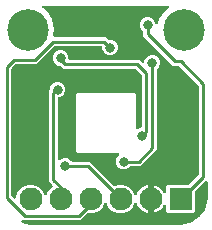
<source format=gbr>
G04 EAGLE Gerber RS-274X export*
G75*
%MOMM*%
%FSLAX34Y34*%
%LPD*%
%INBottom Copper*%
%IPPOS*%
%AMOC8*
5,1,8,0,0,1.08239X$1,22.5*%
G01*
%ADD10C,3.516000*%
%ADD11R,1.930400X1.930400*%
%ADD12C,1.930400*%
%ADD13C,0.906400*%
%ADD14C,0.800100*%
%ADD15C,0.254000*%

G36*
X152422Y2543D02*
X152422Y2543D01*
X152500Y2545D01*
X155877Y2810D01*
X155945Y2824D01*
X156014Y2829D01*
X156170Y2869D01*
X162594Y4956D01*
X162701Y5006D01*
X162812Y5050D01*
X162863Y5083D01*
X162882Y5091D01*
X162897Y5104D01*
X162948Y5136D01*
X168412Y9107D01*
X168499Y9188D01*
X168546Y9227D01*
X168552Y9231D01*
X168553Y9232D01*
X168591Y9264D01*
X168629Y9310D01*
X168644Y9324D01*
X168655Y9342D01*
X168693Y9388D01*
X172664Y14852D01*
X172721Y14956D01*
X172785Y15056D01*
X172807Y15113D01*
X172817Y15131D01*
X172822Y15151D01*
X172844Y15206D01*
X174931Y21630D01*
X174944Y21698D01*
X174967Y21764D01*
X174990Y21923D01*
X175255Y25300D01*
X175255Y25304D01*
X175256Y25307D01*
X175255Y25326D01*
X175259Y25400D01*
X175259Y38536D01*
X175242Y38673D01*
X175229Y38812D01*
X175222Y38831D01*
X175219Y38851D01*
X175168Y38980D01*
X175121Y39111D01*
X175110Y39128D01*
X175102Y39147D01*
X175021Y39259D01*
X174943Y39375D01*
X174927Y39388D01*
X174916Y39404D01*
X174808Y39493D01*
X174704Y39585D01*
X174686Y39594D01*
X174671Y39607D01*
X174545Y39666D01*
X174421Y39730D01*
X174401Y39734D01*
X174383Y39743D01*
X174247Y39769D01*
X174111Y39799D01*
X174090Y39799D01*
X174071Y39803D01*
X173932Y39794D01*
X173793Y39790D01*
X173773Y39784D01*
X173753Y39783D01*
X173621Y39740D01*
X173487Y39701D01*
X173470Y39691D01*
X173451Y39685D01*
X173333Y39610D01*
X173213Y39540D01*
X173192Y39521D01*
X173182Y39515D01*
X173168Y39500D01*
X173093Y39433D01*
X164964Y31305D01*
X164904Y31227D01*
X164836Y31155D01*
X164807Y31102D01*
X164770Y31054D01*
X164730Y30963D01*
X164682Y30876D01*
X164667Y30818D01*
X164643Y30762D01*
X164628Y30664D01*
X164603Y30568D01*
X164597Y30468D01*
X164593Y30448D01*
X164595Y30436D01*
X164593Y30408D01*
X164593Y13426D01*
X163104Y11937D01*
X141696Y11937D01*
X140207Y13426D01*
X140207Y17907D01*
X140205Y17927D01*
X140207Y17947D01*
X140185Y18084D01*
X140167Y18223D01*
X140160Y18241D01*
X140157Y18261D01*
X140102Y18389D01*
X140050Y18518D01*
X140039Y18534D01*
X140031Y18553D01*
X139945Y18663D01*
X139864Y18776D01*
X139848Y18788D01*
X139836Y18804D01*
X139726Y18890D01*
X139619Y18979D01*
X139601Y18987D01*
X139585Y18999D01*
X139457Y19055D01*
X139331Y19114D01*
X139311Y19118D01*
X139293Y19126D01*
X139155Y19148D01*
X139019Y19174D01*
X138999Y19173D01*
X138979Y19176D01*
X138840Y19163D01*
X138701Y19154D01*
X138682Y19148D01*
X138662Y19146D01*
X138531Y19099D01*
X138399Y19056D01*
X138382Y19045D01*
X138363Y19039D01*
X138248Y18960D01*
X138130Y18886D01*
X138116Y18871D01*
X138100Y18860D01*
X138007Y18756D01*
X137912Y18654D01*
X137902Y18637D01*
X137889Y18622D01*
X137807Y18483D01*
X137428Y17740D01*
X136300Y16187D01*
X134943Y14830D01*
X133390Y13702D01*
X131680Y12831D01*
X129855Y12237D01*
X129499Y12181D01*
X129499Y22900D01*
X129484Y23018D01*
X129477Y23137D01*
X129464Y23175D01*
X129459Y23215D01*
X129416Y23326D01*
X129379Y23439D01*
X129357Y23473D01*
X129342Y23511D01*
X129273Y23607D01*
X129209Y23708D01*
X129179Y23736D01*
X129156Y23768D01*
X129064Y23844D01*
X128977Y23926D01*
X128942Y23945D01*
X128911Y23971D01*
X128803Y24022D01*
X128699Y24079D01*
X128659Y24089D01*
X128623Y24107D01*
X128516Y24127D01*
X128546Y24131D01*
X128656Y24175D01*
X128769Y24211D01*
X128804Y24233D01*
X128841Y24248D01*
X128937Y24318D01*
X129038Y24381D01*
X129066Y24411D01*
X129099Y24435D01*
X129175Y24526D01*
X129256Y24613D01*
X129276Y24648D01*
X129301Y24680D01*
X129352Y24787D01*
X129410Y24892D01*
X129420Y24931D01*
X129437Y24967D01*
X129459Y25084D01*
X129489Y25200D01*
X129493Y25260D01*
X129497Y25280D01*
X129495Y25300D01*
X129497Y25307D01*
X129496Y25313D01*
X129499Y25360D01*
X129499Y36079D01*
X129855Y36023D01*
X131680Y35429D01*
X133390Y34558D01*
X134943Y33430D01*
X136300Y32073D01*
X137428Y30520D01*
X137807Y29777D01*
X137818Y29760D01*
X137826Y29742D01*
X137908Y29629D01*
X137986Y29514D01*
X138001Y29501D01*
X138012Y29484D01*
X138120Y29395D01*
X138224Y29303D01*
X138242Y29294D01*
X138257Y29281D01*
X138383Y29222D01*
X138508Y29159D01*
X138527Y29154D01*
X138545Y29146D01*
X138682Y29120D01*
X138818Y29089D01*
X138838Y29090D01*
X138858Y29086D01*
X138996Y29095D01*
X139136Y29099D01*
X139155Y29105D01*
X139175Y29106D01*
X139307Y29149D01*
X139441Y29188D01*
X139458Y29198D01*
X139477Y29204D01*
X139595Y29279D01*
X139715Y29349D01*
X139729Y29363D01*
X139746Y29374D01*
X139842Y29476D01*
X139940Y29574D01*
X139950Y29591D01*
X139964Y29606D01*
X140031Y29728D01*
X140102Y29848D01*
X140108Y29867D01*
X140118Y29884D01*
X140152Y30019D01*
X140191Y30153D01*
X140192Y30173D01*
X140197Y30192D01*
X140207Y30353D01*
X140207Y34834D01*
X141696Y36323D01*
X158678Y36323D01*
X158776Y36335D01*
X158875Y36338D01*
X158933Y36355D01*
X158993Y36363D01*
X159085Y36399D01*
X159181Y36427D01*
X159233Y36457D01*
X159289Y36480D01*
X159369Y36538D01*
X159454Y36588D01*
X159530Y36654D01*
X159546Y36666D01*
X159554Y36676D01*
X159575Y36694D01*
X167268Y44387D01*
X167328Y44465D01*
X167396Y44537D01*
X167425Y44590D01*
X167462Y44638D01*
X167502Y44729D01*
X167550Y44816D01*
X167565Y44874D01*
X167589Y44930D01*
X167604Y45028D01*
X167629Y45124D01*
X167635Y45224D01*
X167639Y45244D01*
X167637Y45256D01*
X167639Y45284D01*
X167639Y119816D01*
X167627Y119914D01*
X167624Y120013D01*
X167607Y120071D01*
X167599Y120131D01*
X167563Y120223D01*
X167535Y120319D01*
X167505Y120371D01*
X167482Y120427D01*
X167424Y120507D01*
X167374Y120592D01*
X167308Y120668D01*
X167296Y120684D01*
X167286Y120692D01*
X167268Y120713D01*
X151193Y136788D01*
X151115Y136848D01*
X151043Y136916D01*
X150990Y136945D01*
X150942Y136982D01*
X150851Y137022D01*
X150764Y137070D01*
X150706Y137085D01*
X150650Y137109D01*
X150552Y137124D01*
X150456Y137149D01*
X150356Y137155D01*
X150336Y137159D01*
X150324Y137157D01*
X150296Y137159D01*
X145742Y137159D01*
X120649Y162252D01*
X120649Y165484D01*
X120637Y165582D01*
X120634Y165681D01*
X120617Y165740D01*
X120609Y165800D01*
X120573Y165892D01*
X120545Y165987D01*
X120515Y166039D01*
X120492Y166095D01*
X120434Y166176D01*
X120384Y166261D01*
X120318Y166336D01*
X120306Y166353D01*
X120296Y166361D01*
X120278Y166382D01*
X118915Y167745D01*
X117919Y170149D01*
X117919Y172751D01*
X118915Y175155D01*
X120755Y176995D01*
X123159Y177991D01*
X125761Y177991D01*
X128165Y176995D01*
X130005Y175155D01*
X130940Y172899D01*
X130992Y172808D01*
X131035Y172713D01*
X131070Y172670D01*
X131098Y172623D01*
X131170Y172548D01*
X131236Y172467D01*
X131281Y172434D01*
X131319Y172394D01*
X131408Y172340D01*
X131492Y172277D01*
X131543Y172257D01*
X131590Y172228D01*
X131690Y172197D01*
X131787Y172158D01*
X131841Y172151D01*
X131894Y172134D01*
X131998Y172129D01*
X132102Y172115D01*
X132157Y172122D01*
X132212Y172119D01*
X132314Y172140D01*
X132418Y172152D01*
X132469Y172172D01*
X132523Y172183D01*
X132617Y172229D01*
X132714Y172267D01*
X132759Y172299D01*
X132809Y172323D01*
X132888Y172391D01*
X132973Y172452D01*
X133009Y172494D01*
X133051Y172530D01*
X133111Y172615D01*
X133178Y172695D01*
X133202Y172744D01*
X133234Y172790D01*
X133271Y172887D01*
X133316Y172981D01*
X133339Y173067D01*
X133347Y173087D01*
X133348Y173102D01*
X133358Y173137D01*
X133990Y176318D01*
X138906Y183674D01*
X141840Y185635D01*
X141919Y185703D01*
X142003Y185764D01*
X142038Y185807D01*
X142080Y185843D01*
X142139Y185929D01*
X142206Y186009D01*
X142229Y186059D01*
X142261Y186105D01*
X142297Y186203D01*
X142342Y186297D01*
X142352Y186351D01*
X142371Y186403D01*
X142382Y186507D01*
X142401Y186610D01*
X142398Y186665D01*
X142404Y186719D01*
X142388Y186823D01*
X142382Y186927D01*
X142365Y186979D01*
X142356Y187034D01*
X142316Y187130D01*
X142284Y187229D01*
X142254Y187276D01*
X142233Y187327D01*
X142169Y187410D01*
X142113Y187498D01*
X142073Y187536D01*
X142040Y187580D01*
X141958Y187645D01*
X141882Y187716D01*
X141834Y187743D01*
X141790Y187777D01*
X141695Y187819D01*
X141603Y187870D01*
X141550Y187883D01*
X141499Y187906D01*
X141396Y187923D01*
X141295Y187949D01*
X141207Y187955D01*
X141186Y187958D01*
X141171Y187957D01*
X141135Y187959D01*
X36665Y187959D01*
X36562Y187946D01*
X36457Y187942D01*
X36405Y187926D01*
X36350Y187919D01*
X36253Y187881D01*
X36153Y187851D01*
X36105Y187823D01*
X36054Y187802D01*
X35970Y187741D01*
X35880Y187687D01*
X35841Y187648D01*
X35797Y187616D01*
X35730Y187535D01*
X35657Y187461D01*
X35629Y187413D01*
X35594Y187371D01*
X35549Y187276D01*
X35497Y187186D01*
X35482Y187133D01*
X35458Y187083D01*
X35439Y186980D01*
X35410Y186880D01*
X35409Y186825D01*
X35399Y186771D01*
X35405Y186666D01*
X35403Y186562D01*
X35415Y186508D01*
X35418Y186453D01*
X35451Y186354D01*
X35474Y186252D01*
X35499Y186203D01*
X35516Y186151D01*
X35572Y186062D01*
X35620Y185970D01*
X35657Y185928D01*
X35687Y185882D01*
X35763Y185810D01*
X35832Y185732D01*
X35903Y185679D01*
X35918Y185664D01*
X35931Y185657D01*
X35960Y185635D01*
X38894Y183674D01*
X43810Y176318D01*
X45536Y167640D01*
X44575Y162808D01*
X44569Y162723D01*
X44553Y162640D01*
X44557Y162566D01*
X44552Y162490D01*
X44567Y162407D01*
X44573Y162323D01*
X44596Y162252D01*
X44609Y162178D01*
X44645Y162101D01*
X44671Y162021D01*
X44711Y161957D01*
X44742Y161889D01*
X44796Y161823D01*
X44841Y161752D01*
X44895Y161700D01*
X44943Y161642D01*
X45011Y161592D01*
X45072Y161534D01*
X45138Y161498D01*
X45199Y161453D01*
X45277Y161421D01*
X45351Y161380D01*
X45424Y161362D01*
X45493Y161333D01*
X45577Y161322D01*
X45659Y161301D01*
X45800Y161292D01*
X45809Y161291D01*
X45812Y161291D01*
X45819Y161291D01*
X89208Y161291D01*
X91186Y159313D01*
X91264Y159252D01*
X91337Y159184D01*
X91390Y159155D01*
X91437Y159118D01*
X91528Y159079D01*
X91615Y159031D01*
X91674Y159016D01*
X91729Y158992D01*
X91827Y158976D01*
X91923Y158951D01*
X92023Y158945D01*
X92043Y158942D01*
X92056Y158943D01*
X92084Y158941D01*
X94011Y158941D01*
X96415Y157945D01*
X98255Y156105D01*
X99251Y153701D01*
X99251Y151099D01*
X98255Y148695D01*
X96415Y146855D01*
X94011Y145859D01*
X91409Y145859D01*
X89005Y146855D01*
X87165Y148695D01*
X86169Y151099D01*
X86169Y152400D01*
X86154Y152518D01*
X86146Y152637D01*
X86134Y152675D01*
X86129Y152716D01*
X86085Y152826D01*
X86048Y152939D01*
X86027Y152974D01*
X86012Y153011D01*
X85942Y153107D01*
X85878Y153208D01*
X85849Y153236D01*
X85825Y153269D01*
X85733Y153345D01*
X85647Y153426D01*
X85611Y153446D01*
X85580Y153471D01*
X85472Y153522D01*
X85368Y153580D01*
X85329Y153590D01*
X85292Y153607D01*
X85176Y153629D01*
X85060Y153659D01*
X85000Y153663D01*
X84980Y153667D01*
X84960Y153665D01*
X84900Y153669D01*
X46554Y153669D01*
X46456Y153657D01*
X46357Y153654D01*
X46299Y153637D01*
X46239Y153629D01*
X46147Y153593D01*
X46051Y153565D01*
X45999Y153535D01*
X45943Y153512D01*
X45863Y153454D01*
X45778Y153404D01*
X45702Y153338D01*
X45686Y153326D01*
X45678Y153316D01*
X45657Y153298D01*
X30788Y138429D01*
X13534Y138429D01*
X13436Y138417D01*
X13337Y138414D01*
X13279Y138397D01*
X13219Y138389D01*
X13127Y138353D01*
X13031Y138325D01*
X12979Y138295D01*
X12923Y138272D01*
X12843Y138214D01*
X12758Y138164D01*
X12682Y138098D01*
X12666Y138086D01*
X12658Y138076D01*
X12637Y138058D01*
X9262Y134683D01*
X9202Y134605D01*
X9134Y134533D01*
X9105Y134480D01*
X9068Y134432D01*
X9028Y134341D01*
X8980Y134254D01*
X8965Y134196D01*
X8941Y134140D01*
X8926Y134042D01*
X8901Y133946D01*
X8895Y133846D01*
X8891Y133826D01*
X8893Y133814D01*
X8891Y133786D01*
X8891Y27504D01*
X8903Y27406D01*
X8906Y27307D01*
X8923Y27249D01*
X8931Y27189D01*
X8967Y27097D01*
X8995Y27001D01*
X9025Y26949D01*
X9048Y26893D01*
X9106Y26813D01*
X9156Y26728D01*
X9222Y26652D01*
X9234Y26636D01*
X9244Y26628D01*
X9262Y26607D01*
X11041Y24829D01*
X11150Y24743D01*
X11257Y24655D01*
X11276Y24646D01*
X11292Y24634D01*
X11420Y24578D01*
X11545Y24519D01*
X11565Y24515D01*
X11584Y24507D01*
X11722Y24485D01*
X11858Y24459D01*
X11878Y24461D01*
X11898Y24458D01*
X12037Y24471D01*
X12175Y24479D01*
X12194Y24485D01*
X12214Y24487D01*
X12346Y24535D01*
X12477Y24577D01*
X12495Y24588D01*
X12514Y24595D01*
X12629Y24673D01*
X12746Y24747D01*
X12760Y24762D01*
X12777Y24774D01*
X12869Y24878D01*
X12964Y24979D01*
X12974Y24997D01*
X12987Y25012D01*
X13051Y25136D01*
X13118Y25258D01*
X13123Y25277D01*
X13132Y25295D01*
X13162Y25431D01*
X13197Y25565D01*
X13199Y25594D01*
X13202Y25605D01*
X13201Y25626D01*
X13207Y25726D01*
X13207Y26555D01*
X15063Y31037D01*
X18493Y34467D01*
X22975Y36323D01*
X27825Y36323D01*
X32307Y34467D01*
X35737Y31037D01*
X36927Y28162D01*
X36996Y28041D01*
X37061Y27918D01*
X37075Y27903D01*
X37085Y27885D01*
X37182Y27786D01*
X37275Y27683D01*
X37292Y27671D01*
X37306Y27657D01*
X37425Y27584D01*
X37541Y27508D01*
X37560Y27501D01*
X37577Y27491D01*
X37710Y27450D01*
X37842Y27405D01*
X37862Y27403D01*
X37881Y27397D01*
X38020Y27390D01*
X38159Y27379D01*
X38179Y27383D01*
X38199Y27382D01*
X38335Y27410D01*
X38472Y27434D01*
X38491Y27442D01*
X38510Y27446D01*
X38636Y27508D01*
X38762Y27564D01*
X38778Y27577D01*
X38796Y27586D01*
X38902Y27676D01*
X39010Y27763D01*
X39023Y27779D01*
X39038Y27792D01*
X39118Y27906D01*
X39202Y28017D01*
X39214Y28042D01*
X39221Y28052D01*
X39228Y28072D01*
X39273Y28162D01*
X40463Y31037D01*
X43666Y34239D01*
X43739Y34334D01*
X43818Y34423D01*
X43836Y34459D01*
X43861Y34491D01*
X43909Y34600D01*
X43963Y34706D01*
X43972Y34745D01*
X43988Y34783D01*
X44006Y34900D01*
X44032Y35016D01*
X44031Y35057D01*
X44037Y35097D01*
X44026Y35215D01*
X44023Y35334D01*
X44011Y35373D01*
X44008Y35413D01*
X43967Y35526D01*
X43934Y35640D01*
X43914Y35674D01*
X43900Y35713D01*
X43833Y35811D01*
X43773Y35914D01*
X43733Y35959D01*
X43721Y35976D01*
X43706Y35989D01*
X43666Y36034D01*
X40639Y39062D01*
X40639Y115878D01*
X41347Y116586D01*
X41408Y116664D01*
X41476Y116737D01*
X41505Y116790D01*
X41542Y116837D01*
X41581Y116928D01*
X41629Y117015D01*
X41644Y117074D01*
X41668Y117129D01*
X41684Y117227D01*
X41709Y117323D01*
X41715Y117423D01*
X41718Y117443D01*
X41717Y117456D01*
X41719Y117484D01*
X41719Y118141D01*
X42715Y120545D01*
X44555Y122385D01*
X46959Y123381D01*
X49561Y123381D01*
X51965Y122385D01*
X53805Y120545D01*
X54801Y118141D01*
X54801Y115539D01*
X53805Y113135D01*
X51965Y111295D01*
X49561Y110299D01*
X49530Y110299D01*
X49412Y110284D01*
X49293Y110276D01*
X49255Y110264D01*
X49214Y110259D01*
X49104Y110215D01*
X48991Y110178D01*
X48956Y110157D01*
X48919Y110142D01*
X48823Y110072D01*
X48722Y110008D01*
X48694Y109979D01*
X48661Y109955D01*
X48585Y109863D01*
X48504Y109777D01*
X48484Y109741D01*
X48459Y109710D01*
X48408Y109602D01*
X48350Y109498D01*
X48340Y109459D01*
X48323Y109422D01*
X48301Y109306D01*
X48271Y109190D01*
X48267Y109130D01*
X48263Y109110D01*
X48265Y109090D01*
X48261Y109030D01*
X48261Y58036D01*
X48278Y57898D01*
X48291Y57759D01*
X48298Y57740D01*
X48301Y57720D01*
X48352Y57591D01*
X48399Y57460D01*
X48410Y57443D01*
X48418Y57424D01*
X48499Y57312D01*
X48577Y57197D01*
X48593Y57184D01*
X48604Y57167D01*
X48712Y57078D01*
X48816Y56986D01*
X48834Y56977D01*
X48849Y56964D01*
X48975Y56905D01*
X49099Y56842D01*
X49119Y56837D01*
X49137Y56829D01*
X49274Y56803D01*
X49409Y56772D01*
X49430Y56773D01*
X49449Y56769D01*
X49588Y56778D01*
X49727Y56782D01*
X49747Y56787D01*
X49767Y56789D01*
X49899Y56831D01*
X50033Y56870D01*
X50050Y56881D01*
X50069Y56887D01*
X50187Y56961D01*
X50307Y57032D01*
X50328Y57050D01*
X50338Y57057D01*
X50352Y57072D01*
X50428Y57138D01*
X50905Y57615D01*
X53309Y58611D01*
X55911Y58611D01*
X58315Y57615D01*
X59678Y56252D01*
X59757Y56192D01*
X59829Y56124D01*
X59882Y56095D01*
X59930Y56058D01*
X60020Y56018D01*
X60107Y55970D01*
X60166Y55955D01*
X60221Y55931D01*
X60319Y55916D01*
X60415Y55891D01*
X60515Y55885D01*
X60535Y55881D01*
X60548Y55883D01*
X60576Y55881D01*
X75238Y55881D01*
X95479Y35640D01*
X95503Y35622D01*
X95522Y35599D01*
X95628Y35525D01*
X95730Y35445D01*
X95758Y35433D01*
X95782Y35416D01*
X95903Y35370D01*
X96022Y35319D01*
X96051Y35314D01*
X96079Y35304D01*
X96208Y35289D01*
X96336Y35269D01*
X96366Y35272D01*
X96395Y35268D01*
X96524Y35287D01*
X96653Y35299D01*
X96681Y35309D01*
X96710Y35313D01*
X96862Y35365D01*
X99175Y36323D01*
X104025Y36323D01*
X108507Y34467D01*
X111937Y31037D01*
X113135Y28144D01*
X113149Y28118D01*
X113159Y28090D01*
X113228Y27980D01*
X113292Y27868D01*
X113313Y27846D01*
X113329Y27821D01*
X113423Y27732D01*
X113513Y27639D01*
X113539Y27624D01*
X113561Y27603D01*
X113674Y27541D01*
X113785Y27473D01*
X113813Y27464D01*
X113839Y27450D01*
X113965Y27417D01*
X114089Y27379D01*
X114118Y27378D01*
X114147Y27371D01*
X114277Y27370D01*
X114406Y27364D01*
X114435Y27370D01*
X114465Y27370D01*
X114591Y27402D01*
X114718Y27429D01*
X114745Y27442D01*
X114773Y27449D01*
X114887Y27511D01*
X115003Y27568D01*
X115026Y27588D01*
X115052Y27602D01*
X115147Y27690D01*
X115245Y27775D01*
X115263Y27799D01*
X115284Y27820D01*
X115354Y27929D01*
X115428Y28035D01*
X115439Y28063D01*
X115455Y28088D01*
X115514Y28238D01*
X115698Y28802D01*
X115701Y28810D01*
X116572Y30520D01*
X117700Y32073D01*
X119057Y33430D01*
X120610Y34558D01*
X122320Y35429D01*
X124145Y36023D01*
X124501Y36079D01*
X124501Y25360D01*
X124516Y25242D01*
X124523Y25123D01*
X124535Y25085D01*
X124541Y25045D01*
X124584Y24934D01*
X124621Y24821D01*
X124643Y24787D01*
X124658Y24749D01*
X124727Y24653D01*
X124791Y24552D01*
X124821Y24524D01*
X124844Y24492D01*
X124936Y24416D01*
X125023Y24334D01*
X125058Y24315D01*
X125089Y24289D01*
X125197Y24238D01*
X125301Y24181D01*
X125341Y24171D01*
X125377Y24153D01*
X125484Y24133D01*
X125454Y24129D01*
X125344Y24085D01*
X125231Y24049D01*
X125196Y24027D01*
X125159Y24012D01*
X125062Y23942D01*
X124962Y23879D01*
X124934Y23849D01*
X124901Y23825D01*
X124825Y23734D01*
X124744Y23647D01*
X124724Y23612D01*
X124699Y23580D01*
X124648Y23473D01*
X124590Y23368D01*
X124580Y23329D01*
X124563Y23293D01*
X124541Y23176D01*
X124511Y23060D01*
X124507Y23000D01*
X124503Y22980D01*
X124505Y22960D01*
X124501Y22900D01*
X124501Y12181D01*
X124145Y12237D01*
X122320Y12831D01*
X120610Y13702D01*
X119057Y14830D01*
X117700Y16187D01*
X116572Y17740D01*
X115701Y19450D01*
X115514Y20022D01*
X115502Y20049D01*
X115495Y20079D01*
X115434Y20193D01*
X115379Y20310D01*
X115360Y20333D01*
X115346Y20360D01*
X115259Y20456D01*
X115176Y20555D01*
X115152Y20573D01*
X115132Y20595D01*
X115024Y20666D01*
X114919Y20742D01*
X114891Y20753D01*
X114866Y20770D01*
X114744Y20812D01*
X114623Y20860D01*
X114594Y20863D01*
X114566Y20873D01*
X114436Y20883D01*
X114308Y20900D01*
X114278Y20896D01*
X114249Y20898D01*
X114121Y20876D01*
X113992Y20860D01*
X113965Y20849D01*
X113935Y20844D01*
X113817Y20791D01*
X113697Y20743D01*
X113672Y20725D01*
X113645Y20713D01*
X113544Y20632D01*
X113439Y20556D01*
X113420Y20533D01*
X113397Y20515D01*
X113319Y20411D01*
X113236Y20311D01*
X113224Y20284D01*
X113206Y20261D01*
X113135Y20116D01*
X111937Y17223D01*
X108507Y13793D01*
X104025Y11937D01*
X99175Y11937D01*
X94693Y13793D01*
X91263Y17223D01*
X90073Y20098D01*
X90004Y20219D01*
X89939Y20342D01*
X89925Y20357D01*
X89915Y20375D01*
X89818Y20475D01*
X89725Y20577D01*
X89708Y20589D01*
X89694Y20603D01*
X89576Y20676D01*
X89459Y20752D01*
X89440Y20759D01*
X89423Y20769D01*
X89290Y20810D01*
X89158Y20855D01*
X89138Y20857D01*
X89119Y20863D01*
X88980Y20870D01*
X88841Y20881D01*
X88821Y20877D01*
X88801Y20878D01*
X88665Y20850D01*
X88528Y20826D01*
X88509Y20818D01*
X88490Y20814D01*
X88365Y20753D01*
X88238Y20696D01*
X88222Y20683D01*
X88204Y20674D01*
X88098Y20584D01*
X87990Y20497D01*
X87977Y20481D01*
X87962Y20468D01*
X87882Y20354D01*
X87798Y20243D01*
X87786Y20218D01*
X87779Y20208D01*
X87772Y20188D01*
X87727Y20098D01*
X86537Y17223D01*
X83107Y13793D01*
X78625Y11937D01*
X73732Y11937D01*
X73634Y11925D01*
X73535Y11922D01*
X73477Y11905D01*
X73417Y11897D01*
X73325Y11861D01*
X73229Y11833D01*
X73177Y11803D01*
X73121Y11780D01*
X73041Y11722D01*
X72956Y11672D01*
X72880Y11606D01*
X72864Y11594D01*
X72856Y11584D01*
X72835Y11566D01*
X67618Y6349D01*
X18932Y6349D01*
X18813Y6334D01*
X18694Y6327D01*
X18656Y6314D01*
X18616Y6309D01*
X18505Y6266D01*
X18392Y6229D01*
X18358Y6207D01*
X18321Y6192D01*
X18224Y6122D01*
X18123Y6058D01*
X18096Y6029D01*
X18063Y6006D01*
X17987Y5913D01*
X17905Y5827D01*
X17886Y5792D01*
X17861Y5761D01*
X17810Y5653D01*
X17752Y5548D01*
X17742Y5509D01*
X17725Y5473D01*
X17703Y5356D01*
X17673Y5240D01*
X17673Y5200D01*
X17665Y5161D01*
X17673Y5041D01*
X17673Y4922D01*
X17682Y4883D01*
X17685Y4843D01*
X17722Y4730D01*
X17751Y4614D01*
X17771Y4579D01*
X17783Y4541D01*
X17847Y4440D01*
X17904Y4335D01*
X17932Y4306D01*
X17953Y4272D01*
X18040Y4190D01*
X18122Y4103D01*
X18156Y4081D01*
X18185Y4054D01*
X18289Y3996D01*
X18390Y3932D01*
X18445Y3910D01*
X18463Y3900D01*
X18465Y3900D01*
X18466Y3900D01*
X18484Y3895D01*
X18540Y3873D01*
X21630Y2869D01*
X21698Y2856D01*
X21764Y2833D01*
X21923Y2810D01*
X25300Y2545D01*
X25322Y2546D01*
X25400Y2541D01*
X152400Y2541D01*
X152422Y2543D01*
G37*
%LPC*%
G36*
X102839Y49339D02*
X102839Y49339D01*
X100435Y50335D01*
X98595Y52175D01*
X97599Y54579D01*
X97599Y57181D01*
X98595Y59585D01*
X100342Y61333D01*
X100427Y61442D01*
X100516Y61549D01*
X100524Y61568D01*
X100537Y61584D01*
X100592Y61712D01*
X100651Y61837D01*
X100655Y61857D01*
X100663Y61876D01*
X100685Y62014D01*
X100711Y62150D01*
X100710Y62170D01*
X100713Y62190D01*
X100700Y62329D01*
X100691Y62467D01*
X100685Y62486D01*
X100683Y62506D01*
X100636Y62638D01*
X100593Y62769D01*
X100582Y62787D01*
X100576Y62806D01*
X100497Y62921D01*
X100423Y63038D01*
X100408Y63052D01*
X100397Y63069D01*
X100293Y63161D01*
X100191Y63256D01*
X100174Y63266D01*
X100159Y63279D01*
X100034Y63343D01*
X99913Y63410D01*
X99893Y63415D01*
X99875Y63424D01*
X99739Y63454D01*
X99605Y63489D01*
X99577Y63491D01*
X99565Y63494D01*
X99545Y63493D01*
X99444Y63499D01*
X64988Y63499D01*
X63499Y64988D01*
X63499Y112812D01*
X64988Y114301D01*
X112812Y114301D01*
X114301Y112812D01*
X114301Y84346D01*
X114307Y84296D01*
X114305Y84247D01*
X114327Y84139D01*
X114341Y84030D01*
X114359Y83984D01*
X114369Y83935D01*
X114417Y83837D01*
X114458Y83735D01*
X114487Y83695D01*
X114509Y83650D01*
X114580Y83566D01*
X114644Y83477D01*
X114683Y83446D01*
X114715Y83408D01*
X114805Y83344D01*
X114889Y83274D01*
X114934Y83253D01*
X114975Y83225D01*
X115078Y83186D01*
X115177Y83139D01*
X115226Y83130D01*
X115272Y83112D01*
X115382Y83100D01*
X115489Y83079D01*
X115539Y83082D01*
X115588Y83077D01*
X115697Y83092D01*
X115807Y83099D01*
X115854Y83114D01*
X115903Y83121D01*
X116056Y83173D01*
X118079Y84011D01*
X118110Y84011D01*
X118228Y84026D01*
X118347Y84034D01*
X118385Y84046D01*
X118426Y84051D01*
X118536Y84095D01*
X118649Y84132D01*
X118684Y84153D01*
X118721Y84168D01*
X118817Y84238D01*
X118918Y84302D01*
X118946Y84331D01*
X118979Y84355D01*
X119055Y84447D01*
X119136Y84533D01*
X119156Y84569D01*
X119181Y84600D01*
X119232Y84708D01*
X119290Y84812D01*
X119300Y84851D01*
X119317Y84888D01*
X119339Y85004D01*
X119369Y85120D01*
X119373Y85180D01*
X119377Y85200D01*
X119375Y85220D01*
X119379Y85280D01*
X119379Y128706D01*
X119367Y128804D01*
X119364Y128903D01*
X119347Y128961D01*
X119339Y129021D01*
X119303Y129113D01*
X119275Y129209D01*
X119245Y129261D01*
X119222Y129317D01*
X119164Y129397D01*
X119114Y129482D01*
X119048Y129558D01*
X119036Y129574D01*
X119026Y129582D01*
X119008Y129603D01*
X114363Y134248D01*
X114285Y134308D01*
X114213Y134376D01*
X114160Y134405D01*
X114112Y134442D01*
X114021Y134482D01*
X113934Y134530D01*
X113876Y134545D01*
X113820Y134569D01*
X113722Y134584D01*
X113626Y134609D01*
X113526Y134615D01*
X113506Y134619D01*
X113494Y134617D01*
X113466Y134619D01*
X53032Y134619D01*
X51054Y136597D01*
X50976Y136658D01*
X50903Y136726D01*
X50850Y136755D01*
X50803Y136792D01*
X50712Y136831D01*
X50625Y136879D01*
X50566Y136894D01*
X50511Y136918D01*
X50413Y136934D01*
X50317Y136959D01*
X50217Y136965D01*
X50197Y136968D01*
X50184Y136967D01*
X50156Y136969D01*
X49499Y136969D01*
X47095Y137965D01*
X45255Y139805D01*
X44259Y142209D01*
X44259Y144811D01*
X45255Y147215D01*
X47095Y149055D01*
X49499Y150051D01*
X52101Y150051D01*
X54505Y149055D01*
X56345Y147215D01*
X57341Y144811D01*
X57341Y143510D01*
X57356Y143392D01*
X57364Y143273D01*
X57376Y143235D01*
X57381Y143194D01*
X57425Y143084D01*
X57462Y142971D01*
X57483Y142936D01*
X57498Y142899D01*
X57568Y142803D01*
X57632Y142702D01*
X57661Y142674D01*
X57685Y142641D01*
X57777Y142565D01*
X57863Y142484D01*
X57899Y142464D01*
X57930Y142439D01*
X58038Y142388D01*
X58142Y142330D01*
X58181Y142320D01*
X58218Y142303D01*
X58334Y142281D01*
X58450Y142251D01*
X58510Y142247D01*
X58530Y142243D01*
X58550Y142245D01*
X58610Y142241D01*
X117148Y142241D01*
X119562Y139827D01*
X119672Y139742D01*
X119779Y139653D01*
X119797Y139645D01*
X119813Y139632D01*
X119941Y139577D01*
X120067Y139518D01*
X120086Y139514D01*
X120105Y139506D01*
X120243Y139484D01*
X120379Y139458D01*
X120399Y139459D01*
X120419Y139456D01*
X120558Y139469D01*
X120696Y139478D01*
X120716Y139484D01*
X120736Y139486D01*
X120867Y139533D01*
X120999Y139576D01*
X121016Y139587D01*
X121035Y139593D01*
X121150Y139672D01*
X121268Y139746D01*
X121282Y139761D01*
X121298Y139772D01*
X121390Y139876D01*
X121486Y139978D01*
X121495Y139995D01*
X121509Y140010D01*
X121572Y140135D01*
X121639Y140256D01*
X121644Y140276D01*
X121653Y140294D01*
X121684Y140430D01*
X121719Y140564D01*
X121720Y140592D01*
X121723Y140604D01*
X121722Y140624D01*
X121729Y140725D01*
X121729Y141001D01*
X122725Y143405D01*
X124565Y145245D01*
X126969Y146241D01*
X129571Y146241D01*
X131975Y145245D01*
X133815Y143405D01*
X134811Y141001D01*
X134811Y138399D01*
X133815Y135995D01*
X132452Y134632D01*
X132392Y134553D01*
X132324Y134481D01*
X132295Y134428D01*
X132258Y134380D01*
X132218Y134290D01*
X132170Y134203D01*
X132155Y134144D01*
X132131Y134089D01*
X132116Y133991D01*
X132091Y133895D01*
X132085Y133795D01*
X132081Y133775D01*
X132083Y133762D01*
X132081Y133734D01*
X132081Y65732D01*
X118418Y52069D01*
X110106Y52069D01*
X110008Y52057D01*
X109909Y52054D01*
X109850Y52037D01*
X109790Y52029D01*
X109698Y51993D01*
X109603Y51965D01*
X109551Y51935D01*
X109495Y51912D01*
X109414Y51854D01*
X109329Y51804D01*
X109254Y51738D01*
X109237Y51726D01*
X109229Y51716D01*
X109208Y51698D01*
X107845Y50335D01*
X105441Y49339D01*
X102839Y49339D01*
G37*
%LPD*%
D10*
X22860Y167640D03*
X154940Y167640D03*
D11*
X152400Y24130D03*
D12*
X127000Y24130D03*
X101600Y24130D03*
X76200Y24130D03*
X50800Y24130D03*
X25400Y24130D03*
D13*
X57150Y99695D03*
X57150Y82550D03*
D14*
X162560Y97790D03*
D15*
X165100Y97790D01*
X166370Y99060D01*
D14*
X24130Y63500D03*
D15*
X24130Y64770D01*
X20320Y64770D01*
D14*
X104140Y55880D03*
D15*
X128270Y67310D02*
X128270Y139700D01*
D14*
X128270Y139700D03*
D15*
X128270Y67310D02*
X116840Y55880D01*
X104140Y55880D01*
D14*
X50800Y143510D03*
D15*
X54610Y138430D02*
X115570Y138430D01*
X123190Y130810D01*
X123190Y81280D01*
X119380Y77470D01*
D14*
X119380Y77470D03*
D15*
X54610Y138430D02*
X50800Y142240D01*
X50800Y143510D01*
D14*
X54610Y52070D03*
D15*
X73660Y52070D01*
X101600Y24130D01*
X76200Y24130D02*
X76200Y20320D01*
X66040Y10160D01*
X20320Y10160D01*
X5080Y25400D01*
X5080Y135890D01*
X11430Y142240D01*
X29210Y142240D01*
X44450Y157480D01*
X87630Y157480D01*
X92710Y152400D01*
D14*
X92710Y152400D03*
X48260Y116840D03*
D15*
X44450Y114300D02*
X44450Y40640D01*
X50800Y34290D01*
X50800Y24130D01*
X44450Y114300D02*
X46990Y116840D01*
X48260Y116840D01*
D14*
X124460Y171450D03*
D15*
X124460Y163830D01*
X147320Y140970D01*
X152400Y140970D01*
X171450Y121920D01*
X171450Y43180D01*
X152400Y24130D01*
M02*

</source>
